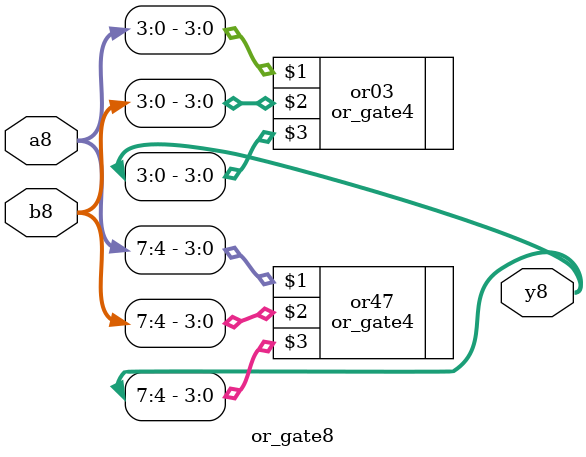
<source format=v>


module or_gate8(
	input [7:0] a8, b8,
	output [7:0] y8
);

	or_gate4 or03( a8[3:0], b8[3:0], y8[3:0] );
	or_gate4 or47( a8[7:4], b8[7:4], y8[7:4] );

endmodule

</source>
